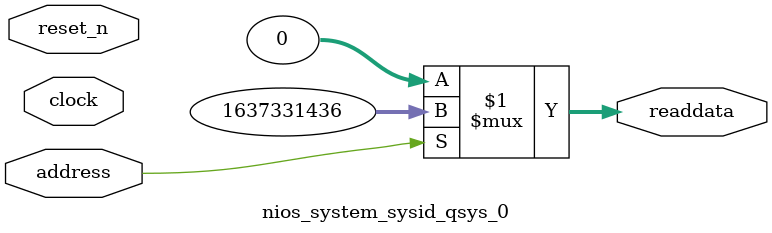
<source format=v>



// synthesis translate_off
`timescale 1ns / 1ps
// synthesis translate_on

// turn off superfluous verilog processor warnings 
// altera message_level Level1 
// altera message_off 10034 10035 10036 10037 10230 10240 10030 

module nios_system_sysid_qsys_0 (
               // inputs:
                address,
                clock,
                reset_n,

               // outputs:
                readdata
             )
;

  output  [ 31: 0] readdata;
  input            address;
  input            clock;
  input            reset_n;

  wire    [ 31: 0] readdata;
  //control_slave, which is an e_avalon_slave
  assign readdata = address ? 1637331436 : 0;

endmodule



</source>
